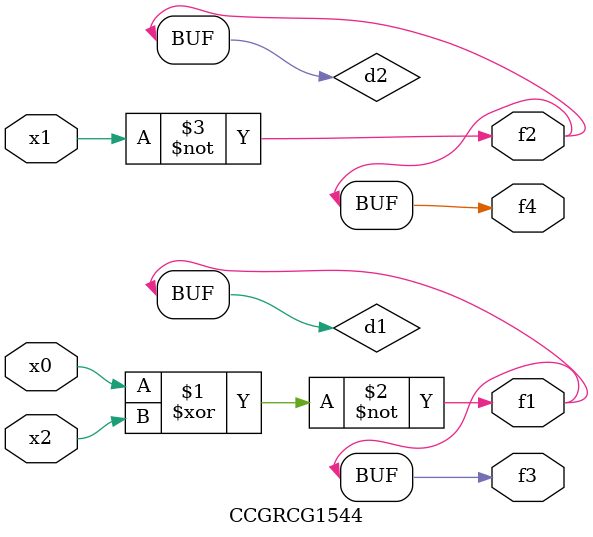
<source format=v>
module CCGRCG1544(
	input x0, x1, x2,
	output f1, f2, f3, f4
);

	wire d1, d2, d3;

	xnor (d1, x0, x2);
	nand (d2, x1);
	nor (d3, x1, x2);
	assign f1 = d1;
	assign f2 = d2;
	assign f3 = d1;
	assign f4 = d2;
endmodule

</source>
